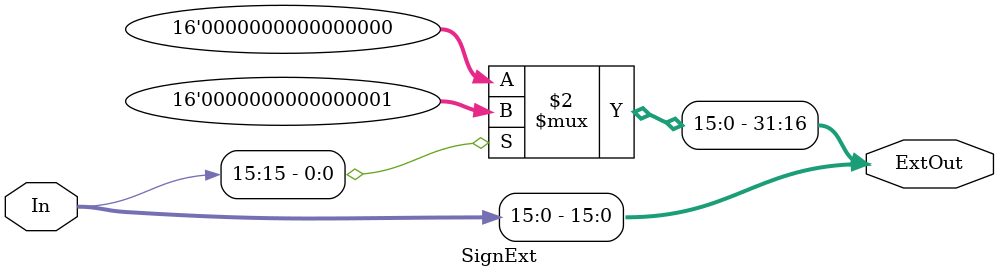
<source format=v>
`timescale 1ns / 1ps
module SignExt(
    input [15:0] In,
    output [31:0] ExtOut
    );

assign ExtOut[31:16] = (In[15]==0) ? 16'b0 : 16'b1;
assign ExtOut[15:0]= In[15:0];

endmodule

</source>
